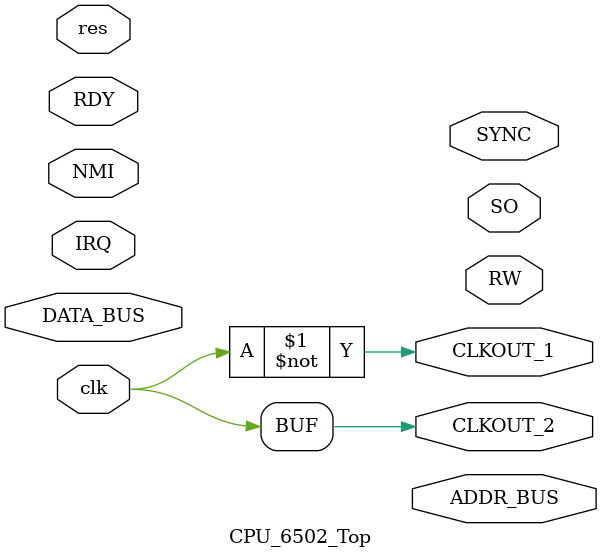
<source format=v>
/*
6502 Implemention in Verilog

Copyright (c) <2019> S.H Kim (soohyunkim@kw.ac.kr)

See the file LICENSE for copying permission.
*/

module CPU_6502_Top(
    input clk,//CLOCK INPUT
    input res,//RESET, Active Low
    input RDY,//READY
    input IRQ,//Interrupt Request
    input NMI,//Non Maskable Interrupt
    output SYNC,//Synchronize
    output SO,//Set Overflow, Active Low
    output CLKOUT_2,//Clock Out 2, same phase w/ clk
    output CLKOUT_1,//Clock Out 1, 180 degrees out of phase w/ clk
    output RW,//Read and Write, when reading = HIGH
    output [15:0]ADDR_BUS,//16bit Address Bus
    inout [7:0]DATA_BUS//8bit Data Bus
);
	
	//assign clock output
	assign CLKOUT_2 = clk;
	assign CLKOUT_1 = ~clk;
	
	
endmodule

</source>
